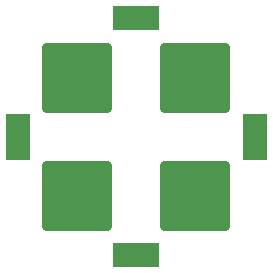
<source format=gbr>
%TF.GenerationSoftware,HUMAN,DominicClifton,8.0.3*%
%TF.CreationDate,2025-04-28T16:25:44+02:00*%
%TF.SameCoordinates,Original*%
%TF.FileFunction,Copper,L4,Bot*%
%TF.FilePolarity,Positive*%
%FSLAX46Y46*%
G04 Gerber Fmt 4.6, Leading zero omitted, Abs format (unit mm)*
%MOMM*%
%LPD*%
G01*
G04 APERTURE LIST*
G04 Aperture macros list*
%AMRoundRect*
0 Rectangle with rounded corners*
0 $1 Rounding radius*
0 $2 $3 $4 $5 $6 $7 $8 $9 X,Y pos of 4 corners*
0 Add a 4 corners polygon primitive as box body*
4,1,4,$2,$3,$4,$5,$6,$7,$8,$9,$2,$3,0*
0 Add four circle primitives for the rounded corners*
1,1,$1+$1,$2,$3*
1,1,$1+$1,$4,$5*
1,1,$1+$1,$6,$7*
1,1,$1+$1,$8,$9*
0 Add four rect primitives between the rounded corners*
20,1,$1+$1,$2,$3,$4,$5,0*
20,1,$1+$1,$4,$5,$6,$7,0*
20,1,$1+$1,$6,$7,$8,$9,0*
20,1,$1+$1,$8,$9,$2,$3,0*%
%ADD39RoundRect,X0.500000,X-2.500000X-2.500000X2.500000X-2.500000X2.500000X2.500000X-2.500000X2.500000*%
D39*
X005000000Y005000000D03*
X-005000000Y005000000D03*
X005000000Y-005000000D03*
X-005000000Y-005000000D03*
G04 A small circle at the origin*
%ADD100C,0.10*%
D100*
X00000000Y00000000D03*
G04 Four rectangles, 2 along the vertical axis, 2 along the horizontal axis, the center point from each being +/-10mm from the origin.*
G04 the ones along the vertical axis are 4mm (wide) by 2mm (tall) and the ones on the horizontal axis are 2mm (wide) x 4mm (tall)*
%ADD101R,4.00X2.00*%
%ADD102R,2.00X4.00*%
D101*
X00000000Y10000000D03*
X00000000Y-10000000D03*
D102*
X10000000Y00000000D03*
X-10000000Y00000000D03*
M02*

</source>
